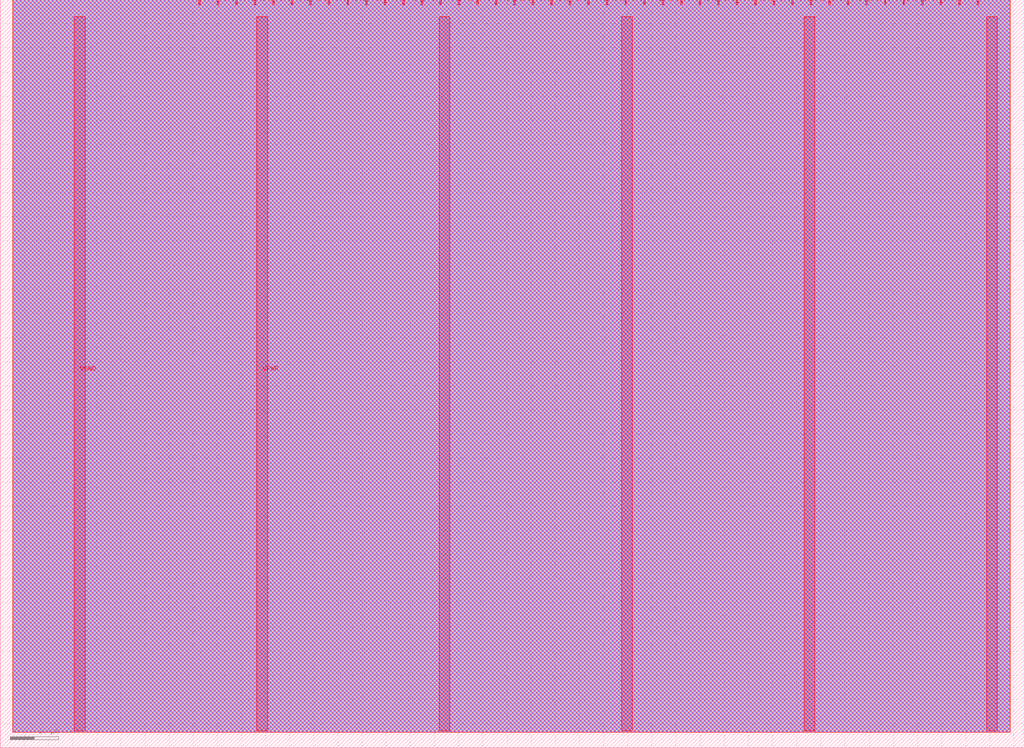
<source format=lef>
VERSION 5.8 ;
BUSBITCHARS "[]" ;
DIVIDERCHAR "/" ;
UNITS
    DATABASE MICRONS 1000 ;
END UNITS

VIA tt_um_algofoogle_vga_fun_wrapper_via1_2_2200_440_1_5_410_410
  VIARULE via1Array ;
  CUTSIZE 0.19 0.19 ;
  LAYERS Metal1 Via1 Metal2 ;
  CUTSPACING 0.22 0.22 ;
  ENCLOSURE 0.01 0.125 0.05 0.005 ;
  ROWCOL 1 5 ;
END tt_um_algofoogle_vga_fun_wrapper_via1_2_2200_440_1_5_410_410

VIA tt_um_algofoogle_vga_fun_wrapper_via2_3_2200_440_1_5_410_410
  VIARULE via2Array ;
  CUTSIZE 0.19 0.19 ;
  LAYERS Metal2 Via2 Metal3 ;
  CUTSPACING 0.22 0.22 ;
  ENCLOSURE 0.05 0.005 0.005 0.05 ;
  ROWCOL 1 5 ;
END tt_um_algofoogle_vga_fun_wrapper_via2_3_2200_440_1_5_410_410

VIA tt_um_algofoogle_vga_fun_wrapper_via3_4_2200_440_1_5_410_410
  VIARULE via3Array ;
  CUTSIZE 0.19 0.19 ;
  LAYERS Metal3 Via3 Metal4 ;
  CUTSPACING 0.22 0.22 ;
  ENCLOSURE 0.005 0.05 0.05 0.005 ;
  ROWCOL 1 5 ;
END tt_um_algofoogle_vga_fun_wrapper_via3_4_2200_440_1_5_410_410

VIA tt_um_algofoogle_vga_fun_wrapper_via4_5_2200_440_1_5_410_410
  VIARULE via4Array ;
  CUTSIZE 0.19 0.19 ;
  LAYERS Metal4 Via4 Metal5 ;
  CUTSPACING 0.22 0.22 ;
  ENCLOSURE 0.05 0.005 0.185 0.05 ;
  ROWCOL 1 5 ;
END tt_um_algofoogle_vga_fun_wrapper_via4_5_2200_440_1_5_410_410

MACRO tt_um_algofoogle_vga_fun_wrapper
  FOREIGN tt_um_algofoogle_vga_fun_wrapper 0 0 ;
  CLASS BLOCK ;
  SIZE 212.16 BY 154.98 ;
  PIN clk
    DIRECTION INPUT ;
    USE SIGNAL ;
    PORT
      LAYER Metal5 ;
        RECT  198.57 153.98 198.87 154.98 ;
    END
  END clk
  PIN ena
    DIRECTION INPUT ;
    USE SIGNAL ;
    PORT
      LAYER Metal5 ;
        RECT  202.41 153.98 202.71 154.98 ;
    END
  END ena
  PIN rst_n
    DIRECTION INPUT ;
    USE SIGNAL ;
    PORT
      LAYER Metal5 ;
        RECT  194.73 153.98 195.03 154.98 ;
    END
  END rst_n
  PIN ui_in[0]
    DIRECTION INPUT ;
    USE SIGNAL ;
    PORT
      LAYER Metal5 ;
        RECT  190.89 153.98 191.19 154.98 ;
    END
  END ui_in[0]
  PIN ui_in[1]
    DIRECTION INPUT ;
    USE SIGNAL ;
    PORT
      LAYER Metal5 ;
        RECT  187.05 153.98 187.35 154.98 ;
    END
  END ui_in[1]
  PIN ui_in[2]
    DIRECTION INPUT ;
    USE SIGNAL ;
    PORT
      LAYER Metal5 ;
        RECT  183.21 153.98 183.51 154.98 ;
    END
  END ui_in[2]
  PIN ui_in[3]
    DIRECTION INPUT ;
    USE SIGNAL ;
    PORT
      LAYER Metal5 ;
        RECT  179.37 153.98 179.67 154.98 ;
    END
  END ui_in[3]
  PIN ui_in[4]
    DIRECTION INPUT ;
    USE SIGNAL ;
    PORT
      LAYER Metal5 ;
        RECT  175.53 153.98 175.83 154.98 ;
    END
  END ui_in[4]
  PIN ui_in[5]
    DIRECTION INPUT ;
    USE SIGNAL ;
    PORT
      LAYER Metal5 ;
        RECT  171.69 153.98 171.99 154.98 ;
    END
  END ui_in[5]
  PIN ui_in[6]
    DIRECTION INPUT ;
    USE SIGNAL ;
    PORT
      LAYER Metal5 ;
        RECT  167.85 153.98 168.15 154.98 ;
    END
  END ui_in[6]
  PIN ui_in[7]
    DIRECTION INPUT ;
    USE SIGNAL ;
    PORT
      LAYER Metal5 ;
        RECT  164.01 153.98 164.31 154.98 ;
    END
  END ui_in[7]
  PIN uio_in[0]
    DIRECTION INPUT ;
    USE SIGNAL ;
    PORT
      LAYER Metal5 ;
        RECT  160.17 153.98 160.47 154.98 ;
    END
  END uio_in[0]
  PIN uio_in[1]
    DIRECTION INPUT ;
    USE SIGNAL ;
    PORT
      LAYER Metal5 ;
        RECT  156.33 153.98 156.63 154.98 ;
    END
  END uio_in[1]
  PIN uio_in[2]
    DIRECTION INPUT ;
    USE SIGNAL ;
    PORT
      LAYER Metal5 ;
        RECT  152.49 153.98 152.79 154.98 ;
    END
  END uio_in[2]
  PIN uio_in[3]
    DIRECTION INPUT ;
    USE SIGNAL ;
    PORT
      LAYER Metal5 ;
        RECT  148.65 153.98 148.95 154.98 ;
    END
  END uio_in[3]
  PIN uio_in[4]
    DIRECTION INPUT ;
    USE SIGNAL ;
    PORT
      LAYER Metal5 ;
        RECT  144.81 153.98 145.11 154.98 ;
    END
  END uio_in[4]
  PIN uio_in[5]
    DIRECTION INPUT ;
    USE SIGNAL ;
    PORT
      LAYER Metal5 ;
        RECT  140.97 153.98 141.27 154.98 ;
    END
  END uio_in[5]
  PIN uio_in[6]
    DIRECTION INPUT ;
    USE SIGNAL ;
    PORT
      LAYER Metal5 ;
        RECT  137.13 153.98 137.43 154.98 ;
    END
  END uio_in[6]
  PIN uio_in[7]
    DIRECTION INPUT ;
    USE SIGNAL ;
    PORT
      LAYER Metal5 ;
        RECT  133.29 153.98 133.59 154.98 ;
    END
  END uio_in[7]
  PIN uio_oe[0]
    DIRECTION OUTPUT ;
    USE SIGNAL ;
    PORT
      LAYER Metal5 ;
        RECT  68.01 153.98 68.31 154.98 ;
    END
  END uio_oe[0]
  PIN uio_oe[1]
    DIRECTION OUTPUT ;
    USE SIGNAL ;
    PORT
      LAYER Metal5 ;
        RECT  64.17 153.98 64.47 154.98 ;
    END
  END uio_oe[1]
  PIN uio_oe[2]
    DIRECTION OUTPUT ;
    USE SIGNAL ;
    PORT
      LAYER Metal5 ;
        RECT  60.33 153.98 60.63 154.98 ;
    END
  END uio_oe[2]
  PIN uio_oe[3]
    DIRECTION OUTPUT ;
    USE SIGNAL ;
    PORT
      LAYER Metal5 ;
        RECT  56.49 153.98 56.79 154.98 ;
    END
  END uio_oe[3]
  PIN uio_oe[4]
    DIRECTION OUTPUT ;
    USE SIGNAL ;
    PORT
      LAYER Metal5 ;
        RECT  52.65 153.98 52.95 154.98 ;
    END
  END uio_oe[4]
  PIN uio_oe[5]
    DIRECTION OUTPUT ;
    USE SIGNAL ;
    PORT
      LAYER Metal5 ;
        RECT  48.81 153.98 49.11 154.98 ;
    END
  END uio_oe[5]
  PIN uio_oe[6]
    DIRECTION OUTPUT ;
    USE SIGNAL ;
    PORT
      LAYER Metal5 ;
        RECT  44.97 153.98 45.27 154.98 ;
    END
  END uio_oe[6]
  PIN uio_oe[7]
    DIRECTION OUTPUT ;
    USE SIGNAL ;
    PORT
      LAYER Metal5 ;
        RECT  41.13 153.98 41.43 154.98 ;
    END
  END uio_oe[7]
  PIN uio_out[0]
    DIRECTION OUTPUT ;
    USE SIGNAL ;
    PORT
      LAYER Metal5 ;
        RECT  98.73 153.98 99.03 154.98 ;
    END
  END uio_out[0]
  PIN uio_out[1]
    DIRECTION OUTPUT ;
    USE SIGNAL ;
    PORT
      LAYER Metal5 ;
        RECT  94.89 153.98 95.19 154.98 ;
    END
  END uio_out[1]
  PIN uio_out[2]
    DIRECTION OUTPUT ;
    USE SIGNAL ;
    PORT
      LAYER Metal5 ;
        RECT  91.05 153.98 91.35 154.98 ;
    END
  END uio_out[2]
  PIN uio_out[3]
    DIRECTION OUTPUT ;
    USE SIGNAL ;
    PORT
      LAYER Metal5 ;
        RECT  87.21 153.98 87.51 154.98 ;
    END
  END uio_out[3]
  PIN uio_out[4]
    DIRECTION OUTPUT ;
    USE SIGNAL ;
    PORT
      LAYER Metal5 ;
        RECT  83.37 153.98 83.67 154.98 ;
    END
  END uio_out[4]
  PIN uio_out[5]
    DIRECTION OUTPUT ;
    USE SIGNAL ;
    PORT
      LAYER Metal5 ;
        RECT  79.53 153.98 79.83 154.98 ;
    END
  END uio_out[5]
  PIN uio_out[6]
    DIRECTION OUTPUT ;
    USE SIGNAL ;
    PORT
      LAYER Metal5 ;
        RECT  75.69 153.98 75.99 154.98 ;
    END
  END uio_out[6]
  PIN uio_out[7]
    DIRECTION OUTPUT ;
    USE SIGNAL ;
    PORT
      LAYER Metal5 ;
        RECT  71.85 153.98 72.15 154.98 ;
    END
  END uio_out[7]
  PIN uo_out[0]
    DIRECTION OUTPUT ;
    USE SIGNAL ;
    PORT
      LAYER Metal5 ;
        RECT  129.45 153.98 129.75 154.98 ;
    END
  END uo_out[0]
  PIN uo_out[1]
    DIRECTION OUTPUT ;
    USE SIGNAL ;
    PORT
      LAYER Metal5 ;
        RECT  125.61 153.98 125.91 154.98 ;
    END
  END uo_out[1]
  PIN uo_out[2]
    DIRECTION OUTPUT ;
    USE SIGNAL ;
    PORT
      LAYER Metal5 ;
        RECT  121.77 153.98 122.07 154.98 ;
    END
  END uo_out[2]
  PIN uo_out[3]
    DIRECTION OUTPUT ;
    USE SIGNAL ;
    PORT
      LAYER Metal5 ;
        RECT  117.93 153.98 118.23 154.98 ;
    END
  END uo_out[3]
  PIN uo_out[4]
    DIRECTION OUTPUT ;
    USE SIGNAL ;
    PORT
      LAYER Metal5 ;
        RECT  114.09 153.98 114.39 154.98 ;
    END
  END uo_out[4]
  PIN uo_out[5]
    DIRECTION OUTPUT ;
    USE SIGNAL ;
    PORT
      LAYER Metal5 ;
        RECT  110.25 153.98 110.55 154.98 ;
    END
  END uo_out[5]
  PIN uo_out[6]
    DIRECTION OUTPUT ;
    USE SIGNAL ;
    PORT
      LAYER Metal5 ;
        RECT  106.41 153.98 106.71 154.98 ;
    END
  END uo_out[6]
  PIN uo_out[7]
    DIRECTION OUTPUT ;
    USE SIGNAL ;
    PORT
      LAYER Metal5 ;
        RECT  102.57 153.98 102.87 154.98 ;
    END
  END uo_out[7]
  PIN VGND
    DIRECTION INOUT ;
    USE GROUND ;
    PORT
      LAYER Metal5 ;
        RECT  166.58 3.56 168.78 151.42 ;
        RECT  90.98 3.56 93.18 151.42 ;
        RECT  15.38 3.56 17.58 151.42 ;
    END
  END VGND
  PIN VPWR
    DIRECTION INOUT ;
    USE POWER ;
    PORT
      LAYER Metal5 ;
        RECT  204.38 3.56 206.58 151.42 ;
        RECT  128.78 3.56 130.98 151.42 ;
        RECT  53.18 3.56 55.38 151.42 ;
    END
  END VPWR
  OBS
    LAYER Metal1 ;
     RECT  2.605 3.215 209.28 154.98 ;
    LAYER Metal2 ;
     RECT  2.605 3.215 209.28 154.98 ;
    LAYER Metal3 ;
     RECT  2.605 3.215 209.28 154.98 ;
    LAYER Metal4 ;
     RECT  2.605 3.215 209.28 154.98 ;
    LAYER Metal5 ;
     RECT  2.605 3.215 209.28 154.98 ;
  END
END tt_um_algofoogle_vga_fun_wrapper
END LIBRARY

</source>
